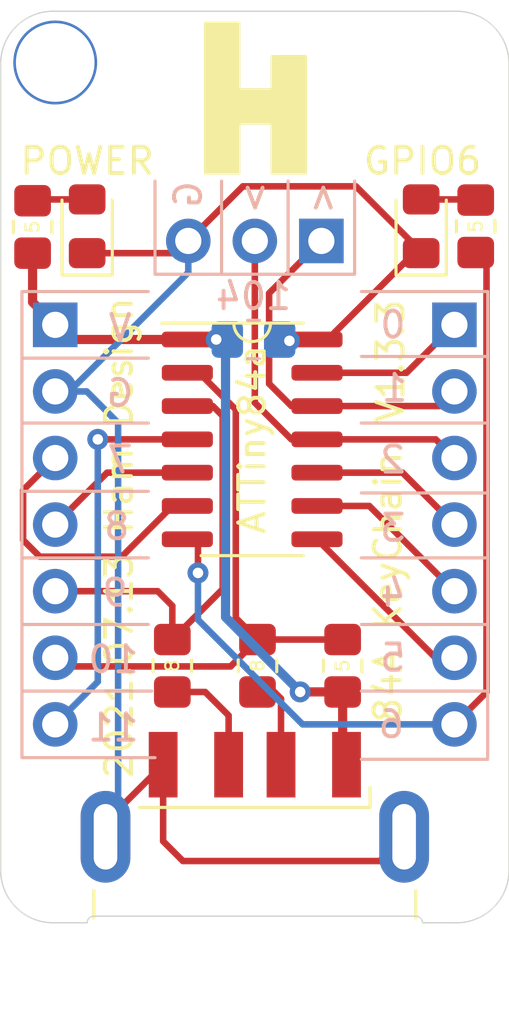
<source format=kicad_pcb>
(kicad_pcb (version 20211014) (generator pcbnew)
  (title_block (title "Ham ATTiny84a KeyChain") (date "2021-07-06") (rev "V1.3") (company "Ham Studio") (comment 1 "BootLoader By SpenceKonde") (comment 2 "(C)ham@wifiboy.org"))
  (layers (0 "F.Cu" signal) (31 "B.Cu" signal) (34 "B.Paste" user) (35 "F.Paste" user) (36 "B.SilkS" user "B.Silkscreen") (37 "F.SilkS" user "F.Silkscreen") (38 "B.Mask" user) (39 "F.Mask" user) (44 "Edge.Cuts" user))
  (net 0 "")
  (net 1 "VCC")
  (net 2 "GND")
  (net 3 "Net-(J1-Pad2)")
  (net 4 "Net-(J1-Pad3)")
  (net 5 "PA7,7,A7")
  (net 6 "PB2,8")
  (net 7 "PB1,9,D+")
  (net 8 "PB0,10,D-")
  (net 9 "PB3,11")
  (net 10 "PA0,0,A0")
  (net 11 "PA1,1,A1,TxD")
  (net 12 "PA2,2,A2,RxD")
  (net 13 "PA3,3,A3")
  (net 14 "PA4,4,A4")
  (net 15 "PA5,5,A5")
  (net 16 "PA6,6,A6")
  (net 17 "Net-(D1-Pad2)")
  (net 18 "Net-(D2-Pad2)")
  (footprint "Resistor_SMD:R_0805_2012Metric_Pad1.20x1.40mm_HandSolder" (layer "F.Cu") (at 121.5644 89.2048 90)
    (fp_text reference "R1" hide)
    (fp_text value "68" hide)
    (fp_text user "8" (at 0 0 90) (layer "F.SilkS") (effects (font (size 0.5 0.5) (thickness 0.08))))
    (fp_line (start -0.227064 0.735) (end 0.227064 0.735) (layer "F.SilkS") (width 0.12))
    (fp_line (start -0.227064 -0.735) (end 0.227064 -0.735) (layer "F.SilkS") (width 0.12))
    (pad "1" smd roundrect locked (at -1 0 90) (size 1.2 1.4) (layers "F.Cu" "F.Paste" "F.Mask") (roundrect_rratio 0.2083325) (net 4 "Net-(J1-Pad3)"))
    (pad "2" smd roundrect locked (at 1 0 90) (size 1.2 1.4) (layers "F.Cu" "F.Paste" "F.Mask") (roundrect_rratio 0.2083325) (net 7 "PB1,9,D+"))
  )
  (footprint "Connector_PinSocket_2.54mm:PinSocket_1x07_P2.54mm_Vertical" (layer "F.Cu") (at 132.334 76.2)
    (fp_text reference "J3" hide)
    (fp_text value "Conn_Right")
    (fp_text user "2" (at -2.3495 5.1435 unlocked) (layer "B.SilkS") (effects (justify mirror)))
    (fp_text user "4" (at -2.3495 10.2235 unlocked) (layer "B.SilkS") (effects (justify mirror)))
    (fp_text user "0" (at -2.3495 0 unlocked) (layer "B.SilkS") (effects (justify mirror)))
    (fp_text user "1" (at -2.286 2.413 unlocked) (layer "B.SilkS") (effects (justify mirror)))
    (fp_text user "5" (at -2.3495 12.7 unlocked) (layer "B.SilkS") (effects (justify mirror)))
    (fp_text user "3" (at -2.3495 7.747 unlocked) (layer "B.SilkS") (effects (justify mirror)))
    (fp_text user "6" (at -2.413 15.24 unlocked) (layer "B.SilkS") (effects (justify mirror)))
    (fp_line (start -3.556 -1.27) (end 1.27 -1.27) (layer "B.SilkS") (width 0.12))
    (fp_line (start 1.27 13.97) (end -3.556 13.97) (layer "B.SilkS") (width 0.12))
    (fp_line (start 1.27 16.5735) (end -3.556 16.5735) (layer "B.SilkS") (width 0.12))
    (fp_line (start 1.2065 8.89) (end -3.556 8.89) (layer "B.SilkS") (width 0.12))
    (fp_line (start 1.2065 6.4135) (end -3.556 6.4135) (layer "B.SilkS") (width 0.12))
    (fp_line (start 1.27 11.43) (end -3.556 11.43) (layer "B.SilkS") (width 0.12))
    (fp_line (start 1.2065 3.7465) (end -3.556 3.7465) (layer "B.SilkS") (width 0.12))
    (fp_line (start 1.27 -1.27) (end 1.27 16.5735) (layer "B.SilkS") (width 0.12))
    (fp_line (start 1.27 1.2065) (end -3.556 1.2065) (layer "B.SilkS") (width 0.12))
    (pad "1" thru_hole rect locked (at 0 0) (size 1.7 1.7) (drill 1) (layers *.Cu *.Mask) (net 10 "PA0,0,A0"))
    (pad "2" thru_hole oval locked (at 0 2.54) (size 1.7 1.7) (drill 1) (layers *.Cu *.Mask) (net 11 "PA1,1,A1,TxD"))
    (pad "3" thru_hole oval locked (at 0 5.08) (size 1.7 1.7) (drill 1) (layers *.Cu *.Mask) (net 12 "PA2,2,A2,RxD"))
    (pad "4" thru_hole oval locked (at 0 7.62) (size 1.7 1.7) (drill 1) (layers *.Cu *.Mask) (net 13 "PA3,3,A3"))
    (pad "5" thru_hole oval locked (at 0 10.16) (size 1.7 1.7) (drill 1) (layers *.Cu *.Mask) (net 14 "PA4,4,A4"))
    (pad "6" thru_hole oval locked (at 0 12.7) (size 1.7 1.7) (drill 1) (layers *.Cu *.Mask) (net 15 "PA5,5,A5"))
    (pad "7" thru_hole oval locked (at 0 15.24) (size 1.7 1.7) (drill 1) (layers *.Cu *.Mask) (net 16 "PA6,6,A6"))
  )
  (footprint "Connector_PinSocket_2.54mm:PinSocket_1x03_P2.54mm_Vertical" (layer "F.Cu") (at 127.254 72.9996 -90)
    (fp_text reference "J4" hide)
    (fp_text value "Conn_UART" hide)
    (fp_text user "G" (at -1.778 5.08 90 unlocked) (layer "B.SilkS") (effects (justify mirror)))
    (fp_text user ">" (at -1.651 2.6035 90 unlocked) (layer "B.SilkS") (effects (justify mirror)))
    (fp_text user "<" (at -1.651 0 90 unlocked) (layer "B.SilkS") (effects (justify mirror)))
    (fp_line (start 1.27 1.27) (end -2.286 1.27) (layer "B.SilkS") (width 0.12))
    (fp_line (start 1.27 6.35) (end -2.286 6.35) (layer "B.SilkS") (width 0.12))
    (fp_line (start -2.286 -1.27) (end 1.27 -1.27) (layer "B.SilkS") (width 0.12))
    (fp_line (start 1.27 -1.27) (end 1.27 6.35) (layer "B.SilkS") (width 0.12))
    (fp_line (start 1.27 3.81) (end -2.286 3.81) (layer "B.SilkS") (width 0.12))
    (pad "1" thru_hole rect locked (at 0 0 270) (size 1.7 1.7) (drill 1) (layers *.Cu *.Mask) (net 11 "PA1,1,A1,TxD"))
    (pad "2" thru_hole oval locked (at 0 2.54 270) (size 1.7 1.7) (drill 1) (layers *.Cu *.Mask) (net 12 "PA2,2,A2,RxD"))
    (pad "3" thru_hole oval locked (at 0 5.08 270) (size 1.7 1.7) (drill 1) (layers *.Cu *.Mask) (net 2 "GND"))
  )
  (footprint "Package_SO:SOIC-14_3.9x8.7mm_P1.27mm" (layer "F.Cu") (at 124.6124 80.5688)
    (fp_text reference "U1" hide)
    (fp_text value "ATtiny84A-SSU" hide)
    (fp_text user "ATTiny84a" (at 0 0 90) (layer "F.SilkS") (effects (font (size 0.98 0.98))))
    (fp_line (start 0 -4.435) (end 1.95 -4.435) (layer "F.SilkS") (width 0.12))
    (fp_line (start 0 4.435) (end -1.95 4.435) (layer "F.SilkS") (width 0.12))
    (fp_line (start 0 4.435) (end 1.95 4.435) (layer "F.SilkS") (width 0.12))
    (fp_line (start 0 -4.435) (end -3.45 -4.435) (layer "F.SilkS") (width 0.12))
    (fp_arc (start 0.698499 -4.381501) (mid 0 -3.734455) (end -0.698499 -4.3815) (layer "F.SilkS") (width 0.12))
    (pad "1" smd roundrect locked (at -2.475 -3.81) (size 1.95 0.6) (layers "F.Cu" "F.Paste" "F.Mask") (net 1 "VCC"))
    (pad "2" smd roundrect locked (at -2.475 -2.54) (size 1.95 0.6) (layers "F.Cu" "F.Paste" "F.Mask") (net 8 "PB0,10,D-"))
    (pad "3" smd roundrect locked (at -2.475 -1.27) (size 1.95 0.6) (layers "F.Cu" "F.Paste" "F.Mask") (net 7 "PB1,9,D+"))
    (pad "4" smd roundrect locked (at -2.475 0) (size 1.95 0.6) (layers "F.Cu" "F.Paste" "F.Mask") (net 9 "PB3,11"))
    (pad "5" smd roundrect locked (at -2.475 1.27) (size 1.95 0.6) (layers "F.Cu" "F.Paste" "F.Mask") (net 6 "PB2,8"))
    (pad "6" smd roundrect locked (at -2.475 2.54) (size 1.95 0.6) (layers "F.Cu" "F.Paste" "F.Mask") (net 5 "PA7,7,A7"))
    (pad "7" smd roundrect locked (at -2.475 3.81) (size 1.95 0.6) (layers "F.Cu" "F.Paste" "F.Mask") (net 16 "PA6,6,A6"))
    (pad "8" smd roundrect locked (at 2.475 3.81) (size 1.95 0.6) (layers "F.Cu" "F.Paste" "F.Mask") (net 15 "PA5,5,A5"))
    (pad "9" smd roundrect locked (at 2.475 2.54) (size 1.95 0.6) (layers "F.Cu" "F.Paste" "F.Mask") (net 14 "PA4,4,A4"))
    (pad "10" smd roundrect locked (at 2.475 1.27) (size 1.95 0.6) (layers "F.Cu" "F.Paste" "F.Mask") (net 13 "PA3,3,A3"))
    (pad "11" smd roundrect locked (at 2.475 0) (size 1.95 0.6) (layers "F.Cu" "F.Paste" "F.Mask") (net 12 "PA2,2,A2,RxD"))
    (pad "12" smd roundrect locked (at 2.475 -1.27) (size 1.95 0.6) (layers "F.Cu" "F.Paste" "F.Mask") (net 11 "PA1,1,A1,TxD"))
    (pad "13" smd roundrect locked (at 2.475 -2.54) (size 1.95 0.6) (layers "F.Cu" "F.Paste" "F.Mask") (net 10 "PA0,0,A0"))
    (pad "14" smd roundrect locked (at 2.475 -3.81) (size 1.95 0.6) (layers "F.Cu" "F.Paste" "F.Mask") (net 2 "GND"))
  )
  (footprint "Resistor_SMD:R_0805_2012Metric_Pad1.20x1.40mm_HandSolder" (layer "F.Cu") (at 124.8156 89.2048 90)
    (fp_text reference "R2" hide)
    (fp_text value "68" hide)
    (fp_text user "8" (at 0 0 90) (layer "F.SilkS") (effects (font (size 0.5 0.5) (thickness 0.08))))
    (fp_line (start -0.227064 0.735) (end 0.227064 0.735) (layer "F.SilkS") (width 0.12))
    (fp_line (start -0.227064 -0.735) (end 0.227064 -0.735) (layer "F.SilkS") (width 0.12))
    (pad "1" smd roundrect locked (at -1 0 90) (size 1.2 1.4) (layers "F.Cu" "F.Paste" "F.Mask") (roundrect_rratio 0.2083325) (net 3 "Net-(J1-Pad2)"))
    (pad "2" smd roundrect locked (at 1 0 90) (size 1.2 1.4) (layers "F.Cu" "F.Paste" "F.Mask") (roundrect_rratio 0.2083325) (net 8 "PB0,10,D-"))
  )
  (footprint "Resistor_SMD:R_0805_2012Metric_Pad1.20x1.40mm_HandSolder" (layer "F.Cu") (at 128.0668 89.2048 90)
    (fp_text reference "R3" hide)
    (fp_text value "1.5K" hide)
    (fp_text user "5" (at 0 0 90) (layer "F.SilkS") (effects (font (size 0.5 0.5) (thickness 0.08))))
    (fp_line (start -0.227064 0.735) (end 0.227064 0.735) (layer "F.SilkS") (width 0.12))
    (fp_line (start -0.227064 -0.735) (end 0.227064 -0.735) (layer "F.SilkS") (width 0.12))
    (pad "1" smd roundrect locked (at -1 0 90) (size 1.2 1.4) (layers "F.Cu" "F.Paste" "F.Mask") (roundrect_rratio 0.2083325) (net 1 "VCC"))
    (pad "2" smd roundrect locked (at 1 0 90) (size 1.2 1.4) (layers "F.Cu" "F.Paste" "F.Mask") (roundrect_rratio 0.2083325) (net 8 "PB0,10,D-"))
  )
  (footprint "Connector_PinSocket_2.54mm:PinSocket_1x07_P2.54mm_Vertical" (layer "F.Cu") (at 117.094 76.2)
    (fp_text reference "J2" hide)
    (fp_text value "Conn_Left" hide)
    (fp_text user "G" (at 2.4765 2.6035) (layer "B.SilkS") (effects (justify mirror)))
    (fp_text user "11" (at 2.2225 15.367 unlocked) (layer "B.SilkS") (effects (justify mirror)))
    (fp_text user "8" (at 2.3495 7.6835 unlocked) (layer "B.SilkS"))
    (fp_text user "10" (at 2.2225 12.7635 unlocked) (layer "B.SilkS") (effects (justify mirror)))
    (fp_text user "9" (at 2.286 10.2235 unlocked) (layer "B.SilkS") (effects (justify mirror)))
    (fp_text user "7" (at 2.4765 5.1435 unlocked) (layer "B.SilkS") (effects (justify mirror)))
    (fp_text user "V" (at 2.4765 0.127) (layer "B.SilkS") (effects (justify mirror)))
    (fp_line (start -1.27 13.97) (end 3.683 13.97) (layer "B.SilkS") (width 0.12))
    (fp_line (start -1.27 3.7465) (end 3.556 3.7465) (layer "B.SilkS") (width 0.12))
    (fp_line (start -1.27 6.35) (end 3.556 6.35) (layer "B.SilkS") (width 0.12))
    (fp_line (start -1.27 1.27) (end 3.556 1.27) (layer "B.SilkS") (width 0.12))
    (fp_line (start -1.27 16.51) (end 3.81 16.51) (layer "B.SilkS") (width 0.12))
    (fp_line (start -1.27 -1.27) (end 3.556 -1.27) (layer "B.SilkS") (width 0.12))
    (fp_line (start -1.27 8.89) (end 3.556 8.89) (layer "B.SilkS") (width 0.12))
    (fp_line (start -1.27 11.43) (end 3.556 11.43) (layer "B.SilkS") (width 0.12))
    (fp_line (start -1.27 -1.27) (end -1.27 16.51) (layer "B.SilkS") (width 0.12))
    (pad "1" thru_hole rect locked (at 0 0) (size 1.7 1.7) (drill 1) (layers *.Cu *.Mask) (net 1 "VCC"))
    (pad "2" thru_hole oval locked (at 0 2.54) (size 1.7 1.7) (drill 1) (layers *.Cu *.Mask) (net 2 "GND"))
    (pad "3" thru_hole oval locked (at 0 5.08) (size 1.7 1.7) (drill 1) (layers *.Cu *.Mask) (net 5 "PA7,7,A7"))
    (pad "4" thru_hole oval locked (at 0 7.62) (size 1.7 1.7) (drill 1) (layers *.Cu *.Mask) (net 6 "PB2,8"))
    (pad "5" thru_hole oval locked (at 0 10.16) (size 1.7 1.7) (drill 1) (layers *.Cu *.Mask) (net 7 "PB1,9,D+"))
    (pad "6" thru_hole oval locked (at 0 12.7) (size 1.7 1.7) (drill 1) (layers *.Cu *.Mask) (net 8 "PB0,10,D-"))
    (pad "7" thru_hole oval locked (at 0 15.24) (size 1.7 1.7) (drill 1) (layers *.Cu *.Mask) (net 9 "PB3,11"))
  )
  (footprint "Connector_USB:USB_A_CNCTech_1001-011-01101_Horizontal" (layer "F.Cu") (at 124.714 102.6287 -90)
    (fp_text reference "J1" hide)
    (fp_text value "USB_A" hide)
    (fp_line (start -4.85 -6.145) (end -3.8 -6.145) (layer "F.SilkS") (width 0.12))
    (fp_line (start -8.02 -4.4) (end -8.775 -4.4) (layer "F.SilkS") (width 0.12))
    (fp_line (start -8.02 -4.4) (end -8.02 4.4) (layer "F.SilkS") (width 0.12))
    (fp_line (start -4.85 6.145) (end -3.8 6.145) (layer "F.SilkS") (width 0.12))
    (pad "" np_thru_hole circle locked (at -6.9 -2.3 270) (size 1.1 1.1) (drill 1.1) (layers *.Cu *.Mask))
    (pad "" np_thru_hole circle locked (at -6.9 2.3 270) (size 1.1 1.1) (drill 1.1) (layers *.Cu *.Mask))
    (pad "1" smd rect locked (at -9.65 -3.5 270) (size 2.5 1.1) (layers "F.Cu" "F.Paste" "F.Mask") (net 1 "VCC"))
    (pad "2" smd rect locked (at -9.65 -1 270) (size 2.5 1.1) (layers "F.Cu" "F.Paste" "F.Mask") (net 3 "Net-(J1-Pad2)"))
    (pad "3" smd rect locked (at -9.65 1 270) (size 2.5 1.1) (layers "F.Cu" "F.Paste" "F.Mask") (net 4 "Net-(J1-Pad3)"))
    (pad "4" smd rect locked (at -9.65 3.5 270) (size 2.5 1.1) (layers "F.Cu" "F.Paste" "F.Mask") (net 2 "GND"))
    (pad "5" thru_hole oval locked (at -6.9 -5.7 270) (size 3.5 1.9) (drill oval 2.5 0.9) (layers *.Cu *.Mask) (net 2 "GND"))
    (pad "5" thru_hole oval locked (at -6.9 5.7 270) (size 3.5 1.9) (drill oval 2.5 0.9) (layers *.Cu *.Mask) (net 2 "GND"))
  )
  (footprint "LOGO:Ham_LOGO" (layer "F.Cu") (at 126.6444 64.0588)
    (fp_text reference "REF**" hide)
    (fp_text value "Ham LOGO" hide)
    (fp_line (start -2.54 3.175) (end -1.27 3.175) (layer "F.SilkS") (width 0.12))
    (fp_line (start -2.54 4.445) (end -2.54 5.08) (layer "F.SilkS") (width 0.12))
    (fp_line (start -1.27 1.905) (end 0 1.905) (layer "F.SilkS") (width 0.12))
    (fp_line (start 0 6.35) (end -1.27 6.35) (layer "F.SilkS") (width 0.12))
    (fp_line (start -2.54 5.08) (end -2.54 6.35) (layer "F.SilkS") (width 0.12))
    (fp_line (start -3.81 0.635) (end -2.54 0.635) (layer "F.SilkS") (width 0.12))
    (fp_line (start 0 3.175) (end 0 6.35) (layer "F.SilkS") (width 0.12))
    (fp_line (start -1.27 6.35) (end -1.27 5.08) (layer "F.SilkS") (width 0.12))
    (fp_line (start 0 1.905) (end 0 3.175) (layer "F.SilkS") (width 0.12))
    (fp_line (start -2.54 0.635) (end -2.54 3.175) (layer "F.SilkS") (width 0.12))
    (fp_line (start -2.54 4.445) (end -1.27 4.445) (layer "F.SilkS") (width 0.12))
    (fp_line (start -1.27 3.175) (end -1.27 1.905) (layer "F.SilkS") (width 0.12))
    (fp_line (start -3.81 6.35) (end -3.81 0.635) (layer "F.SilkS") (width 0.12))
    (fp_line (start -2.54 6.35) (end -3.81 6.35) (layer "F.SilkS") (width 0.12))
    (fp_line (start -1.27 4.445) (end -1.27 5.08) (layer "F.SilkS") (width 0.12))
    (fp_poly (pts (xy -1.27 4.445) (xy -2.54 4.445) (xy -2.54 3.175) (xy -1.27 3.175)) (layer "F.SilkS") (width 0.1) (fill solid))
    (fp_poly (pts (xy -2.54 6.35) (xy -3.81 6.35) (xy -3.81 0.635) (xy -2.54 0.635)) (layer "F.SilkS") (width 0.1) (fill solid))
    (fp_poly (pts (xy 0 6.35) (xy -1.27 6.35) (xy -1.27 1.905) (xy 0 1.905)) (layer "F.SilkS") (width 0.1) (fill solid))
  )
  (footprint "LED_SMD:LED_0805_2012Metric_Pad1.15x1.40mm_HandSolder" (layer "F.Cu") (at 118.3132 72.4408 90)
    (fp_text reference "D1" hide)
    (fp_text value "POWER" (at 2.4892 0) (layer "F.SilkS"))
    (fp_line (start 1 -0.96) (end -1.86 -0.96) (layer "F.SilkS") (width 0.12))
    (fp_line (start -1.86 -0.96) (end -1.86 0.96) (layer "F.SilkS") (width 0.12))
    (fp_line (start -1.86 0.96) (end 1 0.96) (layer "F.SilkS") (width 0.12))
    (pad "1" smd roundrect locked (at -1.025 0 90) (size 1.15 1.4) (layers "F.Cu" "F.Paste" "F.Mask") (roundrect_rratio 0.2173904348) (net 2 "GND"))
    (pad "2" smd roundrect locked (at 1.025 0 90) (size 1.15 1.4) (layers "F.Cu" "F.Paste" "F.Mask") (roundrect_rratio 0.2173904348) (net 17 "Net-(D1-Pad2)"))
  )
  (footprint "LED_SMD:LED_0805_2012Metric_Pad1.15x1.40mm_HandSolder" (layer "F.Cu") (at 131.064 72.4408 90)
    (fp_text reference "D2" hide)
    (fp_text value "GPIO6" (at 2.4892 0.0508) (layer "F.SilkS"))
    (fp_line (start -1.86 -0.96) (end -1.86 0.96) (layer "F.SilkS") (width 0.12))
    (fp_line (start -1.86 0.96) (end 1 0.96) (layer "F.SilkS") (width 0.12))
    (fp_line (start 1 -0.96) (end -1.86 -0.96) (layer "F.SilkS") (width 0.12))
    (pad "1" smd roundrect locked (at -1.025 0 90) (size 1.15 1.4) (layers "F.Cu" "F.Paste" "F.Mask") (roundrect_rratio 0.2173904348) (net 2 "GND"))
    (pad "2" smd roundrect locked (at 1.025 0 90) (size 1.15 1.4) (layers "F.Cu" "F.Paste" "F.Mask") (roundrect_rratio 0.2173904348) (net 18 "Net-(D2-Pad2)"))
  )
  (footprint "Resistor_SMD:R_0805_2012Metric_Pad1.20x1.40mm_HandSolder" (layer "F.Cu") (at 116.2304 72.4662 -90)
    (fp_text reference "1.5K" hide)
    (fp_text value "1.5K")
    (fp_text user "5" (at 0 0 90) (layer "F.SilkS") (effects (font (size 0.5 0.5) (thickness 0.08))))
    (fp_line (start -0.227064 -0.735) (end 0.227064 -0.735) (layer "F.SilkS") (width 0.12))
    (fp_line (start -0.227064 0.735) (end 0.227064 0.735) (layer "F.SilkS") (width 0.12))
    (pad "1" smd roundrect locked (at -1 0 270) (size 1.2 1.4) (layers "F.Cu" "F.Paste" "F.Mask") (roundrect_rratio 0.2083325) (net 17 "Net-(D1-Pad2)"))
    (pad "2" smd roundrect locked (at 1 0 270) (size 1.2 1.4) (layers "F.Cu" "F.Paste" "F.Mask") (roundrect_rratio 0.2083325) (net 1 "VCC"))
  )
  (footprint "Resistor_SMD:R_0805_2012Metric_Pad1.20x1.40mm_HandSolder" (layer "F.Cu") (at 133.1468 72.4408 -90)
    (fp_text reference "1.5K" hide)
    (fp_text value "1.5K")
    (fp_text user "5" (at 0 0 90) (layer "F.SilkS") (effects (font (size 0.5 0.5) (thickness 0.08))))
    (fp_line (start -0.227064 0.735) (end 0.227064 0.735) (layer "F.SilkS") (width 0.12))
    (fp_line (start -0.227064 -0.735) (end 0.227064 -0.735) (layer "F.SilkS") (width 0.12))
    (pad "1" smd roundrect locked (at -1 0 270) (size 1.2 1.4) (layers "F.Cu" "F.Paste" "F.Mask") (roundrect_rratio 0.2083325) (net 18 "Net-(D2-Pad2)"))
    (pad "2" smd roundrect locked (at 1 0 270) (size 1.2 1.4) (layers "F.Cu" "F.Paste" "F.Mask") (roundrect_rratio 0.2083325) (net 16 "PA6,6,A6"))
  )
  (footprint "Resistor_SMD:R_0805_2012Metric_Pad1.20x1.40mm_HandSolder" (layer "B.Cu") (at 124.6632 76.7588)
    (fp_text reference "C1" hide)
    (fp_text value "104" (at 0 -1.65) (layer "B.SilkS") (effects (justify mirror)))
    (fp_line (start -0.227064 0.735) (end 0.227064 0.735) (layer "B.SilkS") (width 0.12))
    (fp_line (start -0.227064 -0.735) (end 0.227064 -0.735) (layer "B.SilkS") (width 0.12))
    (pad "1" smd roundrect locked (at -1 0) (size 1.2 1.4) (layers "B.Cu" "B.Paste" "B.Mask") (roundrect_rratio 0.2083325) (net 1 "VCC"))
    (pad "2" smd roundrect locked (at 1 0) (size 1.2 1.4) (layers "B.Cu" "B.Paste" "B.Mask") (roundrect_rratio 0.2083325) (net 2 "GND"))
  )
  (gr_line (start 131.191 64.2366) (end 117.0178 64.2366) (layer "Edge.Cuts") (width 0.05))
  (gr_line (start 134.4168 66.2432) (end 134.4168 97.0026) (layer "Edge.Cuts") (width 0.05))
  (gr_line (start 118.3132 99.0092) (end 117.0178 99.0092) (layer "Edge.Cuts") (width 0.05))
  (gr_line (start 115.0112 66.2432) (end 115.0112 97.0026) (layer "Edge.Cuts") (width 0.05))
  (gr_line (start 132.4102 99.0092) (end 131.1148 99.0092) (layer "Edge.Cuts") (width 0.05))
  (gr_line (start 118.5672 98.7552) (end 130.8608 98.7552) (layer "Edge.Cuts") (width 0.05))
  (gr_arc (start 115.0112 66.2432) (mid 115.59892 64.82432) (end 117.0178 64.2366) (layer "Edge.Cuts") (width 0.05))
  (gr_line (start 131.191 64.2366) (end 132.4102 64.2366) (layer "Edge.Cuts") (width 0.05))
  (gr_arc (start 130.8608 98.7552) (mid 131.040405 98.829595) (end 131.1148 99.0092) (layer "Edge.Cuts") (width 0.05))
  (gr_arc (start 117.0178 99.0092) (mid 115.59892 98.42148) (end 115.0112 97.0026) (layer "Edge.Cuts") (width 0.05))
  (gr_arc (start 132.4102 64.2366) (mid 133.82908 64.82432) (end 134.4168 66.2432) (layer "Edge.Cuts") (width 0.05))
  (gr_arc (start 118.3132 99.0092) (mid 118.387595 98.829595) (end 118.5672 98.7552) (layer "Edge.Cuts") (width 0.05))
  (gr_arc (start 134.4168 97.0026) (mid 133.82908 98.42148) (end 132.4102 99.0092) (layer "Edge.Cuts") (width 0.05))
  (gr_text "V1.3.3" (at 129.8956 77.5716 90) (layer "F.SilkS") (effects (font (size 1 1))))
  (gr_text "2021.07.13 Ham Design" (at 119.5324 84.328 90) (layer "F.SilkS") (effects (font (size 1 1))))
  (gr_text "84A KeyChain" (at 129.794 86.2076 90) (layer "F.SilkS") (effects (font (size 1 1))))
  (via (at 117.094 66.1924) (size 3.2) (drill 3) (layers "F.Cu" "B.Cu") (net 0))
  (segment (start 116.2304 73.4662) (end 116.2304 75.3364) (width 0.35) (layer "F.Cu") (net 1))
  (segment (start 116.2304 75.3364) (end 117.094 76.2) (width 0.35) (layer "F.Cu") (net 1))
  (segment (start 122.1374 76.7588) (end 117.6528 76.7588) (width 0.35) (layer "F.Cu") (net 1))
  (segment (start 128.063566 90.201566) (end 128.0668 90.2048) (width 0.35) (layer "F.Cu") (net 1))
  (segment (start 128.0668 90.2048) (end 128.0668 92.8315) (width 0.35) (layer "F.Cu") (net 1))
  (segment (start 126.445065 90.201566) (end 128.063566 90.201566) (width 0.35) (layer "F.Cu") (net 1))
  (segment (start 123.2408 76.7588) (end 122.1374 76.7588) (width 0.35) (layer "F.Cu") (net 1))
  (segment (start 117.6528 76.7588) (end 117.094 76.2) (width 0.35) (layer "F.Cu") (net 1))
  (segment (start 128.0668 92.8315) (end 128.214 92.9787) (width 0.35) (layer "F.Cu") (net 1))
  (via (at 123.2408 76.7588) (size 0.8) (drill 0.4) (layers "F.Cu" "B.Cu") (net 1))
  (via (at 126.445065 90.201566) (size 0.8) (drill 0.4) (layers "F.Cu" "B.Cu") (net 1))
  (segment (start 123.5964 87.352901) (end 123.5964 77.1144) (width 0.35) (layer "B.Cu") (net 1))
  (segment (start 123.5964 87.352901) (end 126.445065 90.201566) (width 0.35) (layer "B.Cu") (net 1))
  (segment (start 123.5964 77.1144) (end 123.2408 76.7588) (width 0.35) (layer "B.Cu") (net 1))
  (segment (start 124.2568 70.9168) (end 122.174 72.9996) (width 0.25) (layer "F.Cu") (net 2))
  (segment (start 121.969999 96.653701) (end 129.488999 96.653701) (width 0.25) (layer "F.Cu") (net 2))
  (segment (start 121.7078 73.4658) (end 122.174 72.9996) (width 0.25) (layer "F.Cu") (net 2))
  (segment (start 127.0366 76.8096) (end 127.0874 76.7588) (width 0.25) (layer "F.Cu") (net 2))
  (segment (start 121.214 95.897702) (end 121.969999 96.653701) (width 0.25) (layer "F.Cu") (net 2))
  (segment (start 121.214 92.9787) (end 121.214 95.897702) (width 0.25) (layer "F.Cu") (net 2))
  (segment (start 128.5748 70.9168) (end 124.2568 70.9168) (width 0.25) (layer "F.Cu") (net 2))
  (segment (start 131.064 73.4658) (end 130.7868 73.4658) (width 0.25) (layer "F.Cu") (net 2))
  (segment (start 131.064 73.4658) (end 131.064 73.406) (width 0.25) (layer "F.Cu") (net 2))
  (segment (start 119.014 95.7287) (end 119.014 95.1787) (width 0.25) (layer "F.Cu") (net 2))
  (segment (start 129.488999 96.653701) (end 130.414 95.7287) (width 0.25) (layer "F.Cu") (net 2))
  (segment (start 118.3132 73.4658) (end 121.7078 73.4658) (width 0.25) (layer "F.Cu") (net 2))
  (segment (start 119.014 95.1787) (end 121.214 92.9787) (width 0.25) (layer "F.Cu") (net 2))
  (segment (start 118.3132 73.4658) (end 118.3132 73.8632) (width 0.25) (layer "F.Cu") (net 2))
  (segment (start 131.064 73.406) (end 128.5748 70.9168) (width 0.25) (layer "F.Cu") (net 2))
  (segment (start 130.7868 73.4658) (end 127.4938 76.7588) (width 0.25) (layer "F.Cu") (net 2))
  (segment (start 126.0348 76.8096) (end 127.0366 76.8096) (width 0.25) (layer "F.Cu") (net 2))
  (via (at 126.0348 76.8096) (size 0.8) (drill 0.4) (layers "F.Cu" "B.Cu") (net 2))
  (segment (start 122.174 72.9996) (end 122.174 74.201681) (width 0.25) (layer "B.Cu") (net 2))
  (segment (start 117.094 78.74) (end 118.296081 78.74) (width 0.25) (layer "B.Cu") (net 2))
  (segment (start 119.494601 79.93852) (end 119.494601 95.248099) (width 0.25) (layer "B.Cu") (net 2))
  (segment (start 118.296081 78.74) (end 119.494601 79.93852) (width 0.25) (layer "B.Cu") (net 2))
  (segment (start 119.494601 95.248099) (end 119.014 95.7287) (width 0.25) (layer "B.Cu") (net 2))
  (segment (start 122.174 74.201681) (end 117.635681 78.74) (width 0.25) (layer "B.Cu") (net 2))
  (segment (start 117.635681 78.74) (end 117.094 78.74) (width 0.25) (layer "B.Cu") (net 2))
  (segment (start 125.714 90.4588) (end 125.714 92.9787) (width 0.25) (layer "F.Cu") (net 3))
  (segment (start 124.8156 90.2048) (end 125.46 90.2048) (width 0.25) (layer "F.Cu") (net 3))
  (segment (start 125.46 90.2048) (end 125.714 90.4588) (width 0.25) (layer "F.Cu") (net 3))
  (segment (start 121.5644 90.2048) (end 122.8184 90.2048) (width 0.25) (layer "F.Cu") (net 4))
  (segment (start 123.714 91.1004) (end 123.714 92.9787) (width 0.25) (layer "F.Cu") (net 4))
  (segment (start 122.8184 90.2048) (end 123.714 91.1004) (width 0.25) (layer "F.Cu") (net 4))
  (segment (start 117.094 81.28) (end 115.868999 82.505001) (width 0.25) (layer "F.Cu") (net 5))
  (segment (start 119.632599 85.045001) (end 121.5688 83.1088) (width 0.25) (layer "F.Cu") (net 5))
  (segment (start 115.868999 84.408001) (end 116.505999 85.045001) (width 0.25) (layer "F.Cu") (net 5))
  (segment (start 121.5688 83.1088) (end 122.5438 83.1088) (width 0.25) (layer "F.Cu") (net 5))
  (segment (start 116.505999 85.045001) (end 119.632599 85.045001) (width 0.25) (layer "F.Cu") (net 5))
  (segment (start 115.868999 82.505001) (end 115.868999 84.408001) (width 0.25) (layer "F.Cu") (net 5))
  (segment (start 119.0752 81.8388) (end 122.5438 81.8388) (width 0.25) (layer "F.Cu") (net 6))
  (segment (start 117.094 83.82) (end 119.0752 81.8388) (width 0.25) (layer "F.Cu") (net 6))
  (segment (start 122.1374 79.2988) (end 123.1124 79.2988) (width 0.25) (layer "F.Cu") (net 7))
  (segment (start 123.48741 79.67381) (end 123.48741 86.28179) (width 0.25) (layer "F.Cu") (net 7))
  (segment (start 121.5644 86.9188) (end 121.5644 88.2048) (width 0.25) (layer "F.Cu") (net 7))
  (segment (start 117.094 86.36) (end 121.0056 86.36) (width 0.25) (layer "F.Cu") (net 7))
  (segment (start 121.0056 86.36) (end 121.5644 86.9188) (width 0.25) (layer "F.Cu") (net 7))
  (segment (start 121.5644 88.2048) (end 122.3598 87.4094) (width 0.25) (layer "F.Cu") (net 7))
  (segment (start 123.1124 79.2988) (end 123.48741 79.67381) (width 0.25) (layer "F.Cu") (net 7))
  (segment (start 123.48741 86.28179) (end 122.3598 87.4094) (width 0.25) (layer "F.Cu") (net 7))
  (segment (start 124.39382 87.78302) (end 124.8156 88.2048) (width 0.25) (layer "F.Cu") (net 8))
  (segment (start 124.8156 88.2048) (end 128.0668 88.2048) (width 0.25) (layer "F.Cu") (net 8))
  (segment (start 123.98742 87.37662) (end 124.8156 88.2048) (width 0.25) (layer "F.Cu") (net 8))
  (segment (start 122.96181 89.22979) (end 123.79061 89.22979) (width 0.25) (layer "F.Cu") (net 8))
  (segment (start 122.584878 78.0288) (end 123.98742 79.431342) (width 0.25) (layer "F.Cu") (net 8))
  (segment (start 117.42379 89.22979) (end 122.96181 89.22979) (width 0.25) (layer "F.Cu") (net 8))
  (segment (start 122.1374 78.0288) (end 122.584878 78.0288) (width 0.25) (layer "F.Cu") (net 8))
  (segment (start 117.094 88.9) (end 117.42379 89.22979) (width 0.25) (layer "F.Cu") (net 8))
  (segment (start 123.79061 89.22979) (end 124.8156 88.2048) (width 0.25) (layer "F.Cu") (net 8))
  (segment (start 123.98742 79.431342) (end 123.98742 87.37662) (width 0.25) (layer "F.Cu") (net 8))
  (segment (start 122.5438 80.5688) (end 118.7196 80.5688) (width 0.25) (layer "F.Cu") (net 9))
  (via (at 118.7196 80.5688) (size 0.8) (drill 0.4) (layers "F.Cu" "B.Cu") (net 9))
  (segment (start 118.7196 80.5688) (end 118.7196 89.8144) (width 0.25) (layer "B.Cu") (net 9))
  (segment (start 118.7196 89.8144) (end 117.094 91.44) (width 0.25) (layer "B.Cu") (net 9))
  (segment (start 127.4938 78.0288) (end 130.5052 78.0288) (width 0.25) (layer "F.Cu") (net 10))
  (segment (start 130.5052 78.0288) (end 132.334 76.2) (width 0.25) (layer "F.Cu") (net 10))
  (segment (start 126.1124 79.2988) (end 127.0874 79.2988) (width 0.25) (layer "F.Cu") (net 11))
  (segment (start 131.7752 79.2988) (end 132.334 78.74) (width 0.25) (layer "F.Cu") (net 11))
  (segment (start 127.4938 79.2988) (end 131.7752 79.2988) (width 0.25) (layer "F.Cu") (net 11))
  (segment (start 125.259799 74.993801) (end 125.259799 78.446199) (width 0.25) (layer "F.Cu") (net 11))
  (segment (start 127.046322 79.2988) (end 127.4938 79.2988) (width 0.25) (layer "F.Cu") (net 11))
  (segment (start 127.254 72.9996) (end 125.259799 74.993801) (width 0.25) (layer "F.Cu") (net 11))
  (segment (start 125.259799 78.446199) (end 126.1124 79.2988) (width 0.25) (layer "F.Cu") (net 11))
  (segment (start 125.0322 79.4886) (end 124.89383 79.35023) (width 0.25) (layer "F.Cu") (net 12))
  (segment (start 126.1124 80.5688) (end 125.0322 79.4886) (width 0.25) (layer "F.Cu") (net 12))
  (segment (start 124.714 72.9996) (end 124.714 79.1704) (width 0.25) (layer "F.Cu") (net 12))
  (segment (start 127.4938 80.5688) (end 131.6228 80.5688) (width 0.25) (layer "F.Cu") (net 12))
  (segment (start 124.89383 73.17943) (end 124.714 72.9996) (width 0.25) (layer "F.Cu") (net 12))
  (segment (start 124.714 79.1704) (end 125.0322 79.4886) (width 0.25) (layer "F.Cu") (net 12))
  (segment (start 127.046322 80.5688) (end 127.4938 80.5688) (width 0.25) (layer "F.Cu") (net 12))
  (segment (start 127.0874 80.5688) (end 126.1124 80.5688) (width 0.25) (layer "F.Cu") (net 12))
  (segment (start 131.6228 80.5688) (end 132.334 81.28) (width 0.25) (layer "F.Cu") (net 12))
  (segment (start 130.3528 81.8388) (end 132.334 83.82) (width 0.25) (layer "F.Cu") (net 13))
  (segment (start 127.4938 81.8388) (end 130.3528 81.8388) (width 0.25) (layer "F.Cu") (net 13))
  (segment (start 129.0828 83.1088) (end 132.334 86.36) (width 0.25) (layer "F.Cu") (net 14))
  (segment (start 127.4938 83.1088) (end 129.0828 83.1088) (width 0.25) (layer "F.Cu") (net 14))
  (segment (start 127.0874 84.3788) (end 131.6086 88.9) (width 0.25) (layer "F.Cu") (net 15))
  (segment (start 132.015 88.9) (end 132.334 88.9) (width 0.25) (layer "F.Cu") (net 15))
  (segment (start 131.6086 88.9) (end 132.334 88.9) (width 0.25) (layer "F.Cu") (net 15))
  (segment (start 122.5438 85.663) (end 122.5438 85.663) (width 0.25) (layer "F.Cu") (net 16))
  (segment (start 122.5438 84.3788) (end 122.5438 85.663) (width 0.25) (layer "F.Cu") (net 16))
  (segment (start 133.1468 73.4408) (end 133.559001 73.853001) (width 0.25) (layer "F.Cu") (net 16))
  (segment (start 133.559001 73.853001) (end 133.559001 90.214999) (width 0.25) (layer "F.Cu") (net 16))
  (segment (start 132.334 90.7881) (end 132.334 91.44) (width 0.25) (layer "F.Cu") (net 16))
  (segment (start 133.559001 90.214999) (end 132.334 91.44) (width 0.25) (layer "F.Cu") (net 16))
  (via (at 122.5438 85.663) (size 0.8) (drill 0.4) (layers "F.Cu" "B.Cu") (net 16))
  (segment (start 126.536497 91.44) (end 126.6952 91.44) (width 0.25) (layer "B.Cu") (net 16))
  (segment (start 122.5438 87.447303) (end 126.536497 91.44) (width 0.25) (layer "B.Cu") (net 16))
  (segment (start 122.5438 85.663) (end 122.5438 87.447303) (width 0.25) (layer "B.Cu") (net 16))
  (segment (start 126.6952 91.44) (end 132.334 91.44) (width 0.25) (layer "B.Cu") (net 16))
  (segment (start 118.3132 71.4158) (end 116.2808 71.4158) (width 0.25) (layer "F.Cu") (net 17))
  (segment (start 116.2808 71.4158) (end 116.2304 71.4662) (width 0.25) (layer "F.Cu") (net 17))
  (segment (start 133.1218 71.4158) (end 133.1468 71.4408) (width 0.25) (layer "F.Cu") (net 18))
  (segment (start 131.064 71.4158) (end 133.1218 71.4158) (width 0.25) (layer "F.Cu") (net 18))
)
</source>
